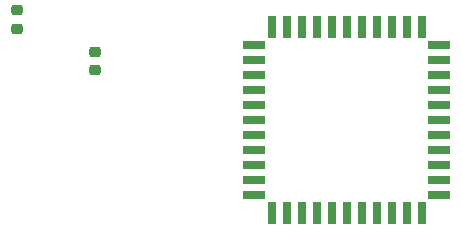
<source format=gtp>
%TF.GenerationSoftware,KiCad,Pcbnew,(6.0.0)*%
%TF.CreationDate,2022-03-13T18:43:21-04:00*%
%TF.ProjectId,Xc9572 breakout,58633935-3732-4206-9272-65616b6f7574,rev?*%
%TF.SameCoordinates,Original*%
%TF.FileFunction,Paste,Top*%
%TF.FilePolarity,Positive*%
%FSLAX46Y46*%
G04 Gerber Fmt 4.6, Leading zero omitted, Abs format (unit mm)*
G04 Created by KiCad (PCBNEW (6.0.0)) date 2022-03-13 18:43:21*
%MOMM*%
%LPD*%
G01*
G04 APERTURE LIST*
G04 Aperture macros list*
%AMRoundRect*
0 Rectangle with rounded corners*
0 $1 Rounding radius*
0 $2 $3 $4 $5 $6 $7 $8 $9 X,Y pos of 4 corners*
0 Add a 4 corners polygon primitive as box body*
4,1,4,$2,$3,$4,$5,$6,$7,$8,$9,$2,$3,0*
0 Add four circle primitives for the rounded corners*
1,1,$1+$1,$2,$3*
1,1,$1+$1,$4,$5*
1,1,$1+$1,$6,$7*
1,1,$1+$1,$8,$9*
0 Add four rect primitives between the rounded corners*
20,1,$1+$1,$2,$3,$4,$5,0*
20,1,$1+$1,$4,$5,$6,$7,0*
20,1,$1+$1,$6,$7,$8,$9,0*
20,1,$1+$1,$8,$9,$2,$3,0*%
G04 Aperture macros list end*
%ADD10RoundRect,0.225000X-0.250000X0.225000X-0.250000X-0.225000X0.250000X-0.225000X0.250000X0.225000X0*%
%ADD11R,0.700000X1.925000*%
%ADD12R,1.925000X0.700000*%
G04 APERTURE END LIST*
D10*
%TO.C,C2*%
X91440000Y-49110600D03*
X91440000Y-50660600D03*
%TD*%
%TO.C,C1*%
X98044000Y-52641200D03*
X98044000Y-54191200D03*
%TD*%
D11*
%TO.C,U1*%
X119380000Y-50557500D03*
X118110000Y-50557500D03*
X116840000Y-50557500D03*
X115570000Y-50557500D03*
X114300000Y-50557500D03*
X113030000Y-50557500D03*
D12*
X111517500Y-52070000D03*
X111517500Y-53340000D03*
X111517500Y-54610000D03*
X111517500Y-55880000D03*
X111517500Y-57150000D03*
X111517500Y-58420000D03*
X111517500Y-59690000D03*
X111517500Y-60960000D03*
X111517500Y-62230000D03*
X111517500Y-63500000D03*
X111517500Y-64770000D03*
D11*
X113030000Y-66282500D03*
X114300000Y-66282500D03*
X115570000Y-66282500D03*
X116840000Y-66282500D03*
X118110000Y-66282500D03*
X119380000Y-66282500D03*
X120650000Y-66282500D03*
X121920000Y-66282500D03*
X123190000Y-66282500D03*
X124460000Y-66282500D03*
X125730000Y-66282500D03*
D12*
X127242500Y-64770000D03*
X127242500Y-63500000D03*
X127242500Y-62230000D03*
X127242500Y-60960000D03*
X127242500Y-59690000D03*
X127242500Y-58420000D03*
X127242500Y-57150000D03*
X127242500Y-55880000D03*
X127242500Y-54610000D03*
X127242500Y-53340000D03*
X127242500Y-52070000D03*
D11*
X125730000Y-50557500D03*
X124460000Y-50557500D03*
X123190000Y-50557500D03*
X121920000Y-50557500D03*
X120650000Y-50557500D03*
%TD*%
M02*

</source>
